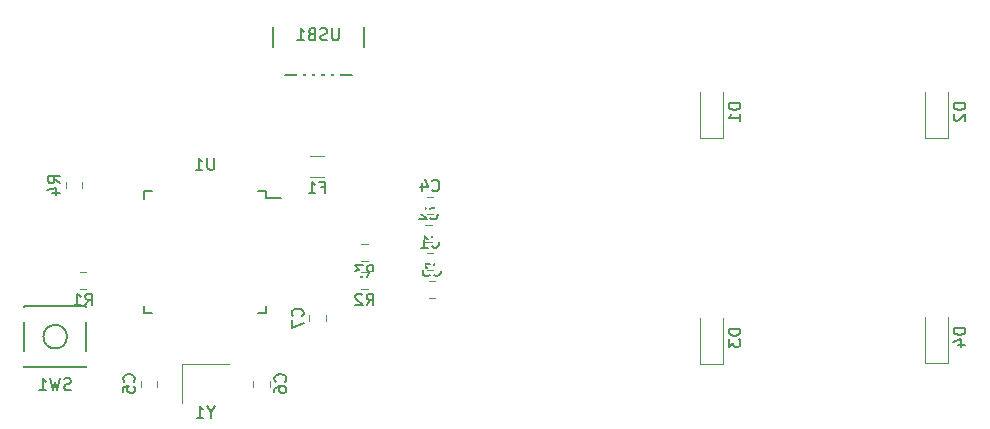
<source format=gbo>
G04 #@! TF.GenerationSoftware,KiCad,Pcbnew,(5.1.6)-1*
G04 #@! TF.CreationDate,2020-07-09T12:27:34-07:00*
G04 #@! TF.ProjectId,guide,67756964-652e-46b6-9963-61645f706362,rev?*
G04 #@! TF.SameCoordinates,Original*
G04 #@! TF.FileFunction,Legend,Bot*
G04 #@! TF.FilePolarity,Positive*
%FSLAX46Y46*%
G04 Gerber Fmt 4.6, Leading zero omitted, Abs format (unit mm)*
G04 Created by KiCad (PCBNEW (5.1.6)-1) date 2020-07-09 12:27:34*
%MOMM*%
%LPD*%
G01*
G04 APERTURE LIST*
%ADD10C,0.120000*%
%ADD11C,0.150000*%
%ADD12R,1.500000X1.300000*%
%ADD13O,1.800000X2.800000*%
%ADD14R,0.600000X2.350000*%
%ADD15R,0.650000X1.600000*%
%ADD16R,1.600000X0.650000*%
%ADD17R,1.900000X1.200000*%
%ADD18C,1.850000*%
%ADD19C,2.350000*%
%ADD20C,4.087800*%
%ADD21R,1.300000X1.000000*%
G04 APERTURE END LIST*
D10*
X75787500Y-98487500D02*
X75787500Y-95187500D01*
X75787500Y-95187500D02*
X79787500Y-95187500D01*
D11*
X83526000Y-70728000D02*
X91226000Y-70728000D01*
X91226000Y-65278000D02*
X91226000Y-70728000D01*
X83526000Y-65278000D02*
X83526000Y-70728000D01*
X82962500Y-80550000D02*
X82962500Y-81125000D01*
X72612500Y-80550000D02*
X72612500Y-81225000D01*
X72612500Y-90900000D02*
X72612500Y-90225000D01*
X82962500Y-90900000D02*
X82962500Y-90225000D01*
X82962500Y-80550000D02*
X82287500Y-80550000D01*
X82962500Y-90900000D02*
X82287500Y-90900000D01*
X72612500Y-90900000D02*
X73287500Y-90900000D01*
X72612500Y-80550000D02*
X73287500Y-80550000D01*
X82962500Y-81125000D02*
X84237500Y-81125000D01*
X66087500Y-92868750D02*
G75*
G03*
X66087500Y-92868750I-1000000J0D01*
G01*
X67687500Y-95468750D02*
X67687500Y-90268750D01*
X62487500Y-95468750D02*
X67687500Y-95468750D01*
X62487500Y-90268750D02*
X62487500Y-95468750D01*
X67687500Y-90268750D02*
X62487500Y-90268750D01*
D10*
X65965000Y-79766422D02*
X65965000Y-80283578D01*
X67385000Y-79766422D02*
X67385000Y-80283578D01*
X91022672Y-86435000D02*
X91539828Y-86435000D01*
X91022672Y-85015000D02*
X91539828Y-85015000D01*
X91022672Y-88816250D02*
X91539828Y-88816250D01*
X91022672Y-87396250D02*
X91539828Y-87396250D01*
X67210172Y-88816250D02*
X67727328Y-88816250D01*
X67210172Y-87396250D02*
X67727328Y-87396250D01*
X86649936Y-79364250D02*
X87854064Y-79364250D01*
X86649936Y-77544250D02*
X87854064Y-77544250D01*
X140700000Y-95118750D02*
X138700000Y-95118750D01*
X138700000Y-95118750D02*
X138700000Y-91218750D01*
X140700000Y-95118750D02*
X140700000Y-91218750D01*
X121650000Y-95181250D02*
X119650000Y-95181250D01*
X119650000Y-95181250D02*
X119650000Y-91281250D01*
X121650000Y-95181250D02*
X121650000Y-91281250D01*
X140700000Y-76068750D02*
X138700000Y-76068750D01*
X138700000Y-76068750D02*
X138700000Y-72168750D01*
X140700000Y-76068750D02*
X140700000Y-72168750D01*
X121650000Y-76068750D02*
X119650000Y-76068750D01*
X119650000Y-76068750D02*
X119650000Y-72168750D01*
X121650000Y-76068750D02*
X121650000Y-72168750D01*
X86602500Y-91022672D02*
X86602500Y-91539828D01*
X88022500Y-91022672D02*
X88022500Y-91539828D01*
X83260000Y-97096078D02*
X83260000Y-96578922D01*
X81840000Y-97096078D02*
X81840000Y-96578922D01*
X72315000Y-96578922D02*
X72315000Y-97096078D01*
X73735000Y-96578922D02*
X73735000Y-97096078D01*
X97096078Y-81046250D02*
X96578922Y-81046250D01*
X97096078Y-82466250D02*
X96578922Y-82466250D01*
X97239828Y-88190000D02*
X96722672Y-88190000D01*
X97239828Y-89610000D02*
X96722672Y-89610000D01*
X96952328Y-83427500D02*
X96435172Y-83427500D01*
X96952328Y-84847500D02*
X96435172Y-84847500D01*
X97096078Y-85808750D02*
X96578922Y-85808750D01*
X97096078Y-87228750D02*
X96578922Y-87228750D01*
D11*
X78263690Y-99263690D02*
X78263690Y-99739880D01*
X78597023Y-98739880D02*
X78263690Y-99263690D01*
X77930357Y-98739880D01*
X77073214Y-99739880D02*
X77644642Y-99739880D01*
X77358928Y-99739880D02*
X77358928Y-98739880D01*
X77454166Y-98882738D01*
X77549404Y-98977976D01*
X77644642Y-99025595D01*
X89114095Y-66762380D02*
X89114095Y-67571904D01*
X89066476Y-67667142D01*
X89018857Y-67714761D01*
X88923619Y-67762380D01*
X88733142Y-67762380D01*
X88637904Y-67714761D01*
X88590285Y-67667142D01*
X88542666Y-67571904D01*
X88542666Y-66762380D01*
X88114095Y-67714761D02*
X87971238Y-67762380D01*
X87733142Y-67762380D01*
X87637904Y-67714761D01*
X87590285Y-67667142D01*
X87542666Y-67571904D01*
X87542666Y-67476666D01*
X87590285Y-67381428D01*
X87637904Y-67333809D01*
X87733142Y-67286190D01*
X87923619Y-67238571D01*
X88018857Y-67190952D01*
X88066476Y-67143333D01*
X88114095Y-67048095D01*
X88114095Y-66952857D01*
X88066476Y-66857619D01*
X88018857Y-66810000D01*
X87923619Y-66762380D01*
X87685523Y-66762380D01*
X87542666Y-66810000D01*
X86780761Y-67238571D02*
X86637904Y-67286190D01*
X86590285Y-67333809D01*
X86542666Y-67429047D01*
X86542666Y-67571904D01*
X86590285Y-67667142D01*
X86637904Y-67714761D01*
X86733142Y-67762380D01*
X87114095Y-67762380D01*
X87114095Y-66762380D01*
X86780761Y-66762380D01*
X86685523Y-66810000D01*
X86637904Y-66857619D01*
X86590285Y-66952857D01*
X86590285Y-67048095D01*
X86637904Y-67143333D01*
X86685523Y-67190952D01*
X86780761Y-67238571D01*
X87114095Y-67238571D01*
X85590285Y-67762380D02*
X86161714Y-67762380D01*
X85876000Y-67762380D02*
X85876000Y-66762380D01*
X85971238Y-66905238D01*
X86066476Y-67000476D01*
X86161714Y-67048095D01*
X78549404Y-77727380D02*
X78549404Y-78536904D01*
X78501785Y-78632142D01*
X78454166Y-78679761D01*
X78358928Y-78727380D01*
X78168452Y-78727380D01*
X78073214Y-78679761D01*
X78025595Y-78632142D01*
X77977976Y-78536904D01*
X77977976Y-77727380D01*
X76977976Y-78727380D02*
X77549404Y-78727380D01*
X77263690Y-78727380D02*
X77263690Y-77727380D01*
X77358928Y-77870238D01*
X77454166Y-77965476D01*
X77549404Y-78013095D01*
X66420833Y-97337511D02*
X66277976Y-97385130D01*
X66039880Y-97385130D01*
X65944642Y-97337511D01*
X65897023Y-97289892D01*
X65849404Y-97194654D01*
X65849404Y-97099416D01*
X65897023Y-97004178D01*
X65944642Y-96956559D01*
X66039880Y-96908940D01*
X66230357Y-96861321D01*
X66325595Y-96813702D01*
X66373214Y-96766083D01*
X66420833Y-96670845D01*
X66420833Y-96575607D01*
X66373214Y-96480369D01*
X66325595Y-96432750D01*
X66230357Y-96385130D01*
X65992261Y-96385130D01*
X65849404Y-96432750D01*
X65516071Y-96385130D02*
X65277976Y-97385130D01*
X65087500Y-96670845D01*
X64897023Y-97385130D01*
X64658928Y-96385130D01*
X63754166Y-97385130D02*
X64325595Y-97385130D01*
X64039880Y-97385130D02*
X64039880Y-96385130D01*
X64135119Y-96527988D01*
X64230357Y-96623226D01*
X64325595Y-96670845D01*
X65477380Y-79858333D02*
X65001190Y-79525000D01*
X65477380Y-79286904D02*
X64477380Y-79286904D01*
X64477380Y-79667857D01*
X64525000Y-79763095D01*
X64572619Y-79810714D01*
X64667857Y-79858333D01*
X64810714Y-79858333D01*
X64905952Y-79810714D01*
X64953571Y-79763095D01*
X65001190Y-79667857D01*
X65001190Y-79286904D01*
X64810714Y-80715476D02*
X65477380Y-80715476D01*
X64429761Y-80477380D02*
X65144047Y-80239285D01*
X65144047Y-80858333D01*
X91447916Y-87827380D02*
X91781250Y-87351190D01*
X92019345Y-87827380D02*
X92019345Y-86827380D01*
X91638392Y-86827380D01*
X91543154Y-86875000D01*
X91495535Y-86922619D01*
X91447916Y-87017857D01*
X91447916Y-87160714D01*
X91495535Y-87255952D01*
X91543154Y-87303571D01*
X91638392Y-87351190D01*
X92019345Y-87351190D01*
X91114583Y-86827380D02*
X90495535Y-86827380D01*
X90828869Y-87208333D01*
X90686011Y-87208333D01*
X90590773Y-87255952D01*
X90543154Y-87303571D01*
X90495535Y-87398809D01*
X90495535Y-87636904D01*
X90543154Y-87732142D01*
X90590773Y-87779761D01*
X90686011Y-87827380D01*
X90971726Y-87827380D01*
X91066964Y-87779761D01*
X91114583Y-87732142D01*
X91447916Y-90208630D02*
X91781250Y-89732440D01*
X92019345Y-90208630D02*
X92019345Y-89208630D01*
X91638392Y-89208630D01*
X91543154Y-89256250D01*
X91495535Y-89303869D01*
X91447916Y-89399107D01*
X91447916Y-89541964D01*
X91495535Y-89637202D01*
X91543154Y-89684821D01*
X91638392Y-89732440D01*
X92019345Y-89732440D01*
X91066964Y-89303869D02*
X91019345Y-89256250D01*
X90924107Y-89208630D01*
X90686011Y-89208630D01*
X90590773Y-89256250D01*
X90543154Y-89303869D01*
X90495535Y-89399107D01*
X90495535Y-89494345D01*
X90543154Y-89637202D01*
X91114583Y-90208630D01*
X90495535Y-90208630D01*
X67635416Y-90208630D02*
X67968750Y-89732440D01*
X68206845Y-90208630D02*
X68206845Y-89208630D01*
X67825892Y-89208630D01*
X67730654Y-89256250D01*
X67683035Y-89303869D01*
X67635416Y-89399107D01*
X67635416Y-89541964D01*
X67683035Y-89637202D01*
X67730654Y-89684821D01*
X67825892Y-89732440D01*
X68206845Y-89732440D01*
X66683035Y-90208630D02*
X67254464Y-90208630D01*
X66968750Y-90208630D02*
X66968750Y-89208630D01*
X67063988Y-89351488D01*
X67159226Y-89446726D01*
X67254464Y-89494345D01*
X87585333Y-80202821D02*
X87918666Y-80202821D01*
X87918666Y-80726630D02*
X87918666Y-79726630D01*
X87442476Y-79726630D01*
X86537714Y-80726630D02*
X87109142Y-80726630D01*
X86823428Y-80726630D02*
X86823428Y-79726630D01*
X86918666Y-79869488D01*
X87013904Y-79964726D01*
X87109142Y-80012345D01*
X142152380Y-92130654D02*
X141152380Y-92130654D01*
X141152380Y-92368750D01*
X141200000Y-92511607D01*
X141295238Y-92606845D01*
X141390476Y-92654464D01*
X141580952Y-92702083D01*
X141723809Y-92702083D01*
X141914285Y-92654464D01*
X142009523Y-92606845D01*
X142104761Y-92511607D01*
X142152380Y-92368750D01*
X142152380Y-92130654D01*
X141485714Y-93559226D02*
X142152380Y-93559226D01*
X141104761Y-93321130D02*
X141819047Y-93083035D01*
X141819047Y-93702083D01*
X123102380Y-92193154D02*
X122102380Y-92193154D01*
X122102380Y-92431250D01*
X122150000Y-92574107D01*
X122245238Y-92669345D01*
X122340476Y-92716964D01*
X122530952Y-92764583D01*
X122673809Y-92764583D01*
X122864285Y-92716964D01*
X122959523Y-92669345D01*
X123054761Y-92574107D01*
X123102380Y-92431250D01*
X123102380Y-92193154D01*
X122102380Y-93097916D02*
X122102380Y-93716964D01*
X122483333Y-93383630D01*
X122483333Y-93526488D01*
X122530952Y-93621726D01*
X122578571Y-93669345D01*
X122673809Y-93716964D01*
X122911904Y-93716964D01*
X123007142Y-93669345D01*
X123054761Y-93621726D01*
X123102380Y-93526488D01*
X123102380Y-93240773D01*
X123054761Y-93145535D01*
X123007142Y-93097916D01*
X142152380Y-73080654D02*
X141152380Y-73080654D01*
X141152380Y-73318750D01*
X141200000Y-73461607D01*
X141295238Y-73556845D01*
X141390476Y-73604464D01*
X141580952Y-73652083D01*
X141723809Y-73652083D01*
X141914285Y-73604464D01*
X142009523Y-73556845D01*
X142104761Y-73461607D01*
X142152380Y-73318750D01*
X142152380Y-73080654D01*
X141247619Y-74033035D02*
X141200000Y-74080654D01*
X141152380Y-74175892D01*
X141152380Y-74413988D01*
X141200000Y-74509226D01*
X141247619Y-74556845D01*
X141342857Y-74604464D01*
X141438095Y-74604464D01*
X141580952Y-74556845D01*
X142152380Y-73985416D01*
X142152380Y-74604464D01*
X123102380Y-73080654D02*
X122102380Y-73080654D01*
X122102380Y-73318750D01*
X122150000Y-73461607D01*
X122245238Y-73556845D01*
X122340476Y-73604464D01*
X122530952Y-73652083D01*
X122673809Y-73652083D01*
X122864285Y-73604464D01*
X122959523Y-73556845D01*
X123054761Y-73461607D01*
X123102380Y-73318750D01*
X123102380Y-73080654D01*
X123102380Y-74604464D02*
X123102380Y-74033035D01*
X123102380Y-74318750D02*
X122102380Y-74318750D01*
X122245238Y-74223511D01*
X122340476Y-74128273D01*
X122388095Y-74033035D01*
X86019642Y-91114583D02*
X86067261Y-91066964D01*
X86114880Y-90924107D01*
X86114880Y-90828869D01*
X86067261Y-90686011D01*
X85972023Y-90590773D01*
X85876785Y-90543154D01*
X85686309Y-90495535D01*
X85543452Y-90495535D01*
X85352976Y-90543154D01*
X85257738Y-90590773D01*
X85162500Y-90686011D01*
X85114880Y-90828869D01*
X85114880Y-90924107D01*
X85162500Y-91066964D01*
X85210119Y-91114583D01*
X85114880Y-91447916D02*
X85114880Y-92114583D01*
X86114880Y-91686011D01*
X84557142Y-96670833D02*
X84604761Y-96623214D01*
X84652380Y-96480357D01*
X84652380Y-96385119D01*
X84604761Y-96242261D01*
X84509523Y-96147023D01*
X84414285Y-96099404D01*
X84223809Y-96051785D01*
X84080952Y-96051785D01*
X83890476Y-96099404D01*
X83795238Y-96147023D01*
X83700000Y-96242261D01*
X83652380Y-96385119D01*
X83652380Y-96480357D01*
X83700000Y-96623214D01*
X83747619Y-96670833D01*
X83652380Y-97527976D02*
X83652380Y-97337500D01*
X83700000Y-97242261D01*
X83747619Y-97194642D01*
X83890476Y-97099404D01*
X84080952Y-97051785D01*
X84461904Y-97051785D01*
X84557142Y-97099404D01*
X84604761Y-97147023D01*
X84652380Y-97242261D01*
X84652380Y-97432738D01*
X84604761Y-97527976D01*
X84557142Y-97575595D01*
X84461904Y-97623214D01*
X84223809Y-97623214D01*
X84128571Y-97575595D01*
X84080952Y-97527976D01*
X84033333Y-97432738D01*
X84033333Y-97242261D01*
X84080952Y-97147023D01*
X84128571Y-97099404D01*
X84223809Y-97051785D01*
X71732142Y-96670833D02*
X71779761Y-96623214D01*
X71827380Y-96480357D01*
X71827380Y-96385119D01*
X71779761Y-96242261D01*
X71684523Y-96147023D01*
X71589285Y-96099404D01*
X71398809Y-96051785D01*
X71255952Y-96051785D01*
X71065476Y-96099404D01*
X70970238Y-96147023D01*
X70875000Y-96242261D01*
X70827380Y-96385119D01*
X70827380Y-96480357D01*
X70875000Y-96623214D01*
X70922619Y-96670833D01*
X70827380Y-97575595D02*
X70827380Y-97099404D01*
X71303571Y-97051785D01*
X71255952Y-97099404D01*
X71208333Y-97194642D01*
X71208333Y-97432738D01*
X71255952Y-97527976D01*
X71303571Y-97575595D01*
X71398809Y-97623214D01*
X71636904Y-97623214D01*
X71732142Y-97575595D01*
X71779761Y-97527976D01*
X71827380Y-97432738D01*
X71827380Y-97194642D01*
X71779761Y-97099404D01*
X71732142Y-97051785D01*
X97004166Y-80463392D02*
X97051785Y-80511011D01*
X97194642Y-80558630D01*
X97289880Y-80558630D01*
X97432738Y-80511011D01*
X97527976Y-80415773D01*
X97575595Y-80320535D01*
X97623214Y-80130059D01*
X97623214Y-79987202D01*
X97575595Y-79796726D01*
X97527976Y-79701488D01*
X97432738Y-79606250D01*
X97289880Y-79558630D01*
X97194642Y-79558630D01*
X97051785Y-79606250D01*
X97004166Y-79653869D01*
X96147023Y-79891964D02*
X96147023Y-80558630D01*
X96385119Y-79511011D02*
X96623214Y-80225297D01*
X96004166Y-80225297D01*
X97147916Y-87607142D02*
X97195535Y-87654761D01*
X97338392Y-87702380D01*
X97433630Y-87702380D01*
X97576488Y-87654761D01*
X97671726Y-87559523D01*
X97719345Y-87464285D01*
X97766964Y-87273809D01*
X97766964Y-87130952D01*
X97719345Y-86940476D01*
X97671726Y-86845238D01*
X97576488Y-86750000D01*
X97433630Y-86702380D01*
X97338392Y-86702380D01*
X97195535Y-86750000D01*
X97147916Y-86797619D01*
X96814583Y-86702380D02*
X96195535Y-86702380D01*
X96528869Y-87083333D01*
X96386011Y-87083333D01*
X96290773Y-87130952D01*
X96243154Y-87178571D01*
X96195535Y-87273809D01*
X96195535Y-87511904D01*
X96243154Y-87607142D01*
X96290773Y-87654761D01*
X96386011Y-87702380D01*
X96671726Y-87702380D01*
X96766964Y-87654761D01*
X96814583Y-87607142D01*
X96860416Y-82844642D02*
X96908035Y-82892261D01*
X97050892Y-82939880D01*
X97146130Y-82939880D01*
X97288988Y-82892261D01*
X97384226Y-82797023D01*
X97431845Y-82701785D01*
X97479464Y-82511309D01*
X97479464Y-82368452D01*
X97431845Y-82177976D01*
X97384226Y-82082738D01*
X97288988Y-81987500D01*
X97146130Y-81939880D01*
X97050892Y-81939880D01*
X96908035Y-81987500D01*
X96860416Y-82035119D01*
X96479464Y-82035119D02*
X96431845Y-81987500D01*
X96336607Y-81939880D01*
X96098511Y-81939880D01*
X96003273Y-81987500D01*
X95955654Y-82035119D01*
X95908035Y-82130357D01*
X95908035Y-82225595D01*
X95955654Y-82368452D01*
X96527083Y-82939880D01*
X95908035Y-82939880D01*
X97004166Y-85225892D02*
X97051785Y-85273511D01*
X97194642Y-85321130D01*
X97289880Y-85321130D01*
X97432738Y-85273511D01*
X97527976Y-85178273D01*
X97575595Y-85083035D01*
X97623214Y-84892559D01*
X97623214Y-84749702D01*
X97575595Y-84559226D01*
X97527976Y-84463988D01*
X97432738Y-84368750D01*
X97289880Y-84321130D01*
X97194642Y-84321130D01*
X97051785Y-84368750D01*
X97004166Y-84416369D01*
X96051785Y-85321130D02*
X96623214Y-85321130D01*
X96337500Y-85321130D02*
X96337500Y-84321130D01*
X96432738Y-84463988D01*
X96527976Y-84559226D01*
X96623214Y-84606845D01*
%LPC*%
D12*
X76687500Y-97687500D03*
X78887500Y-97687500D03*
X78887500Y-95987500D03*
X76687500Y-95987500D03*
D13*
X83726000Y-65278000D03*
X91026000Y-65278000D03*
X91026000Y-69778000D03*
X83726000Y-69778000D03*
D14*
X85776000Y-69778000D03*
X86576000Y-69778000D03*
X87376000Y-69778000D03*
X88176000Y-69778000D03*
X88976000Y-69778000D03*
D15*
X81787500Y-80025000D03*
X80987500Y-80025000D03*
X80187500Y-80025000D03*
X79387500Y-80025000D03*
X78587500Y-80025000D03*
X77787500Y-80025000D03*
X76987500Y-80025000D03*
X76187500Y-80025000D03*
X75387500Y-80025000D03*
X74587500Y-80025000D03*
X73787500Y-80025000D03*
D16*
X72087500Y-81725000D03*
X72087500Y-82525000D03*
X72087500Y-83325000D03*
X72087500Y-84125000D03*
X72087500Y-84925000D03*
X72087500Y-85725000D03*
X72087500Y-86525000D03*
X72087500Y-87325000D03*
X72087500Y-88125000D03*
X72087500Y-88925000D03*
X72087500Y-89725000D03*
D15*
X73787500Y-91425000D03*
X74587500Y-91425000D03*
X75387500Y-91425000D03*
X76187500Y-91425000D03*
X76987500Y-91425000D03*
X77787500Y-91425000D03*
X78587500Y-91425000D03*
X79387500Y-91425000D03*
X80187500Y-91425000D03*
X80987500Y-91425000D03*
X81787500Y-91425000D03*
D16*
X83487500Y-89725000D03*
X83487500Y-88925000D03*
X83487500Y-88125000D03*
X83487500Y-87325000D03*
X83487500Y-86525000D03*
X83487500Y-85725000D03*
X83487500Y-84925000D03*
X83487500Y-84125000D03*
X83487500Y-83325000D03*
X83487500Y-82525000D03*
X83487500Y-81725000D03*
D17*
X68187500Y-94718750D03*
X61987500Y-91018750D03*
X68187500Y-91018750D03*
X61987500Y-94718750D03*
G36*
G01*
X66193750Y-80425000D02*
X67156250Y-80425000D01*
G75*
G02*
X67425000Y-80693750I0J-268750D01*
G01*
X67425000Y-81231250D01*
G75*
G02*
X67156250Y-81500000I-268750J0D01*
G01*
X66193750Y-81500000D01*
G75*
G02*
X65925000Y-81231250I0J268750D01*
G01*
X65925000Y-80693750D01*
G75*
G02*
X66193750Y-80425000I268750J0D01*
G01*
G37*
G36*
G01*
X66193750Y-78550000D02*
X67156250Y-78550000D01*
G75*
G02*
X67425000Y-78818750I0J-268750D01*
G01*
X67425000Y-79356250D01*
G75*
G02*
X67156250Y-79625000I-268750J0D01*
G01*
X66193750Y-79625000D01*
G75*
G02*
X65925000Y-79356250I0J268750D01*
G01*
X65925000Y-78818750D01*
G75*
G02*
X66193750Y-78550000I268750J0D01*
G01*
G37*
G36*
G01*
X91681250Y-86206250D02*
X91681250Y-85243750D01*
G75*
G02*
X91950000Y-84975000I268750J0D01*
G01*
X92487500Y-84975000D01*
G75*
G02*
X92756250Y-85243750I0J-268750D01*
G01*
X92756250Y-86206250D01*
G75*
G02*
X92487500Y-86475000I-268750J0D01*
G01*
X91950000Y-86475000D01*
G75*
G02*
X91681250Y-86206250I0J268750D01*
G01*
G37*
G36*
G01*
X89806250Y-86206250D02*
X89806250Y-85243750D01*
G75*
G02*
X90075000Y-84975000I268750J0D01*
G01*
X90612500Y-84975000D01*
G75*
G02*
X90881250Y-85243750I0J-268750D01*
G01*
X90881250Y-86206250D01*
G75*
G02*
X90612500Y-86475000I-268750J0D01*
G01*
X90075000Y-86475000D01*
G75*
G02*
X89806250Y-86206250I0J268750D01*
G01*
G37*
G36*
G01*
X91681250Y-88587500D02*
X91681250Y-87625000D01*
G75*
G02*
X91950000Y-87356250I268750J0D01*
G01*
X92487500Y-87356250D01*
G75*
G02*
X92756250Y-87625000I0J-268750D01*
G01*
X92756250Y-88587500D01*
G75*
G02*
X92487500Y-88856250I-268750J0D01*
G01*
X91950000Y-88856250D01*
G75*
G02*
X91681250Y-88587500I0J268750D01*
G01*
G37*
G36*
G01*
X89806250Y-88587500D02*
X89806250Y-87625000D01*
G75*
G02*
X90075000Y-87356250I268750J0D01*
G01*
X90612500Y-87356250D01*
G75*
G02*
X90881250Y-87625000I0J-268750D01*
G01*
X90881250Y-88587500D01*
G75*
G02*
X90612500Y-88856250I-268750J0D01*
G01*
X90075000Y-88856250D01*
G75*
G02*
X89806250Y-88587500I0J268750D01*
G01*
G37*
G36*
G01*
X67868750Y-88587500D02*
X67868750Y-87625000D01*
G75*
G02*
X68137500Y-87356250I268750J0D01*
G01*
X68675000Y-87356250D01*
G75*
G02*
X68943750Y-87625000I0J-268750D01*
G01*
X68943750Y-88587500D01*
G75*
G02*
X68675000Y-88856250I-268750J0D01*
G01*
X68137500Y-88856250D01*
G75*
G02*
X67868750Y-88587500I0J268750D01*
G01*
G37*
G36*
G01*
X65993750Y-88587500D02*
X65993750Y-87625000D01*
G75*
G02*
X66262500Y-87356250I268750J0D01*
G01*
X66800000Y-87356250D01*
G75*
G02*
X67068750Y-87625000I0J-268750D01*
G01*
X67068750Y-88587500D01*
G75*
G02*
X66800000Y-88856250I-268750J0D01*
G01*
X66262500Y-88856250D01*
G75*
G02*
X65993750Y-88587500I0J268750D01*
G01*
G37*
D18*
X136842500Y-92075000D03*
X126682500Y-92075000D03*
D19*
X129262500Y-88075000D03*
D20*
X131762500Y-92075000D03*
G36*
G01*
X127167791Y-90409560D02*
X127167791Y-90409561D01*
G75*
G02*
X127077939Y-88750291I784709J874561D01*
G01*
X128387941Y-87290291D01*
G75*
G02*
X130047211Y-87200439I874561J-784709D01*
G01*
X130047211Y-87200439D01*
G75*
G02*
X130137063Y-88859709I-784709J-874561D01*
G01*
X128827061Y-90319709D01*
G75*
G02*
X127167791Y-90409561I-874561J784709D01*
G01*
G37*
D19*
X134302500Y-86995000D03*
G36*
G01*
X134181657Y-88747216D02*
X134181657Y-88747216D01*
G75*
G02*
X133090284Y-87494157I80843J1172216D01*
G01*
X133130284Y-86914157D01*
G75*
G02*
X134383343Y-85822784I1172216J-80843D01*
G01*
X134383343Y-85822784D01*
G75*
G02*
X135474716Y-87075843I-80843J-1172216D01*
G01*
X135434716Y-87655843D01*
G75*
G02*
X134181657Y-88747216I-1172216J80843D01*
G01*
G37*
D18*
X117792500Y-92075000D03*
X107632500Y-92075000D03*
D19*
X110212500Y-88075000D03*
D20*
X112712500Y-92075000D03*
G36*
G01*
X108117791Y-90409560D02*
X108117791Y-90409561D01*
G75*
G02*
X108027939Y-88750291I784709J874561D01*
G01*
X109337941Y-87290291D01*
G75*
G02*
X110997211Y-87200439I874561J-784709D01*
G01*
X110997211Y-87200439D01*
G75*
G02*
X111087063Y-88859709I-784709J-874561D01*
G01*
X109777061Y-90319709D01*
G75*
G02*
X108117791Y-90409561I-874561J784709D01*
G01*
G37*
D19*
X115252500Y-86995000D03*
G36*
G01*
X115131657Y-88747216D02*
X115131657Y-88747216D01*
G75*
G02*
X114040284Y-87494157I80843J1172216D01*
G01*
X114080284Y-86914157D01*
G75*
G02*
X115333343Y-85822784I1172216J-80843D01*
G01*
X115333343Y-85822784D01*
G75*
G02*
X116424716Y-87075843I-80843J-1172216D01*
G01*
X116384716Y-87655843D01*
G75*
G02*
X115131657Y-88747216I-1172216J80843D01*
G01*
G37*
D18*
X136842500Y-73025000D03*
X126682500Y-73025000D03*
D19*
X129262500Y-69025000D03*
D20*
X131762500Y-73025000D03*
G36*
G01*
X127167791Y-71359560D02*
X127167791Y-71359561D01*
G75*
G02*
X127077939Y-69700291I784709J874561D01*
G01*
X128387941Y-68240291D01*
G75*
G02*
X130047211Y-68150439I874561J-784709D01*
G01*
X130047211Y-68150439D01*
G75*
G02*
X130137063Y-69809709I-784709J-874561D01*
G01*
X128827061Y-71269709D01*
G75*
G02*
X127167791Y-71359561I-874561J784709D01*
G01*
G37*
D19*
X134302500Y-67945000D03*
G36*
G01*
X134181657Y-69697216D02*
X134181657Y-69697216D01*
G75*
G02*
X133090284Y-68444157I80843J1172216D01*
G01*
X133130284Y-67864157D01*
G75*
G02*
X134383343Y-66772784I1172216J-80843D01*
G01*
X134383343Y-66772784D01*
G75*
G02*
X135474716Y-68025843I-80843J-1172216D01*
G01*
X135434716Y-68605843D01*
G75*
G02*
X134181657Y-69697216I-1172216J80843D01*
G01*
G37*
D18*
X117792500Y-73025000D03*
X107632500Y-73025000D03*
D19*
X110212500Y-69025000D03*
D20*
X112712500Y-73025000D03*
G36*
G01*
X108117791Y-71359560D02*
X108117791Y-71359561D01*
G75*
G02*
X108027939Y-69700291I784709J874561D01*
G01*
X109337941Y-68240291D01*
G75*
G02*
X110997211Y-68150439I874561J-784709D01*
G01*
X110997211Y-68150439D01*
G75*
G02*
X111087063Y-69809709I-784709J-874561D01*
G01*
X109777061Y-71269709D01*
G75*
G02*
X108117791Y-71359561I-874561J784709D01*
G01*
G37*
D19*
X115252500Y-67945000D03*
G36*
G01*
X115131657Y-69697216D02*
X115131657Y-69697216D01*
G75*
G02*
X114040284Y-68444157I80843J1172216D01*
G01*
X114080284Y-67864157D01*
G75*
G02*
X115333343Y-66772784I1172216J-80843D01*
G01*
X115333343Y-66772784D01*
G75*
G02*
X116424716Y-68025843I-80843J-1172216D01*
G01*
X116384716Y-68605843D01*
G75*
G02*
X115131657Y-69697216I-1172216J80843D01*
G01*
G37*
G36*
G01*
X87977000Y-79109250D02*
X87977000Y-77799250D01*
G75*
G02*
X88247000Y-77529250I270000J0D01*
G01*
X89057000Y-77529250D01*
G75*
G02*
X89327000Y-77799250I0J-270000D01*
G01*
X89327000Y-79109250D01*
G75*
G02*
X89057000Y-79379250I-270000J0D01*
G01*
X88247000Y-79379250D01*
G75*
G02*
X87977000Y-79109250I0J270000D01*
G01*
G37*
G36*
G01*
X85177000Y-79109250D02*
X85177000Y-77799250D01*
G75*
G02*
X85447000Y-77529250I270000J0D01*
G01*
X86257000Y-77529250D01*
G75*
G02*
X86527000Y-77799250I0J-270000D01*
G01*
X86527000Y-79109250D01*
G75*
G02*
X86257000Y-79379250I-270000J0D01*
G01*
X85447000Y-79379250D01*
G75*
G02*
X85177000Y-79109250I0J270000D01*
G01*
G37*
D21*
X139700000Y-91218750D03*
X139700000Y-94518750D03*
X120650000Y-91281250D03*
X120650000Y-94581250D03*
X139700000Y-72168750D03*
X139700000Y-75468750D03*
X120650000Y-72168750D03*
X120650000Y-75468750D03*
G36*
G01*
X86831250Y-91681250D02*
X87793750Y-91681250D01*
G75*
G02*
X88062500Y-91950000I0J-268750D01*
G01*
X88062500Y-92487500D01*
G75*
G02*
X87793750Y-92756250I-268750J0D01*
G01*
X86831250Y-92756250D01*
G75*
G02*
X86562500Y-92487500I0J268750D01*
G01*
X86562500Y-91950000D01*
G75*
G02*
X86831250Y-91681250I268750J0D01*
G01*
G37*
G36*
G01*
X86831250Y-89806250D02*
X87793750Y-89806250D01*
G75*
G02*
X88062500Y-90075000I0J-268750D01*
G01*
X88062500Y-90612500D01*
G75*
G02*
X87793750Y-90881250I-268750J0D01*
G01*
X86831250Y-90881250D01*
G75*
G02*
X86562500Y-90612500I0J268750D01*
G01*
X86562500Y-90075000D01*
G75*
G02*
X86831250Y-89806250I268750J0D01*
G01*
G37*
G36*
G01*
X83031250Y-96437500D02*
X82068750Y-96437500D01*
G75*
G02*
X81800000Y-96168750I0J268750D01*
G01*
X81800000Y-95631250D01*
G75*
G02*
X82068750Y-95362500I268750J0D01*
G01*
X83031250Y-95362500D01*
G75*
G02*
X83300000Y-95631250I0J-268750D01*
G01*
X83300000Y-96168750D01*
G75*
G02*
X83031250Y-96437500I-268750J0D01*
G01*
G37*
G36*
G01*
X83031250Y-98312500D02*
X82068750Y-98312500D01*
G75*
G02*
X81800000Y-98043750I0J268750D01*
G01*
X81800000Y-97506250D01*
G75*
G02*
X82068750Y-97237500I268750J0D01*
G01*
X83031250Y-97237500D01*
G75*
G02*
X83300000Y-97506250I0J-268750D01*
G01*
X83300000Y-98043750D01*
G75*
G02*
X83031250Y-98312500I-268750J0D01*
G01*
G37*
G36*
G01*
X72543750Y-97237500D02*
X73506250Y-97237500D01*
G75*
G02*
X73775000Y-97506250I0J-268750D01*
G01*
X73775000Y-98043750D01*
G75*
G02*
X73506250Y-98312500I-268750J0D01*
G01*
X72543750Y-98312500D01*
G75*
G02*
X72275000Y-98043750I0J268750D01*
G01*
X72275000Y-97506250D01*
G75*
G02*
X72543750Y-97237500I268750J0D01*
G01*
G37*
G36*
G01*
X72543750Y-95362500D02*
X73506250Y-95362500D01*
G75*
G02*
X73775000Y-95631250I0J-268750D01*
G01*
X73775000Y-96168750D01*
G75*
G02*
X73506250Y-96437500I-268750J0D01*
G01*
X72543750Y-96437500D01*
G75*
G02*
X72275000Y-96168750I0J268750D01*
G01*
X72275000Y-95631250D01*
G75*
G02*
X72543750Y-95362500I268750J0D01*
G01*
G37*
G36*
G01*
X96437500Y-81275000D02*
X96437500Y-82237500D01*
G75*
G02*
X96168750Y-82506250I-268750J0D01*
G01*
X95631250Y-82506250D01*
G75*
G02*
X95362500Y-82237500I0J268750D01*
G01*
X95362500Y-81275000D01*
G75*
G02*
X95631250Y-81006250I268750J0D01*
G01*
X96168750Y-81006250D01*
G75*
G02*
X96437500Y-81275000I0J-268750D01*
G01*
G37*
G36*
G01*
X98312500Y-81275000D02*
X98312500Y-82237500D01*
G75*
G02*
X98043750Y-82506250I-268750J0D01*
G01*
X97506250Y-82506250D01*
G75*
G02*
X97237500Y-82237500I0J268750D01*
G01*
X97237500Y-81275000D01*
G75*
G02*
X97506250Y-81006250I268750J0D01*
G01*
X98043750Y-81006250D01*
G75*
G02*
X98312500Y-81275000I0J-268750D01*
G01*
G37*
G36*
G01*
X96581250Y-88418750D02*
X96581250Y-89381250D01*
G75*
G02*
X96312500Y-89650000I-268750J0D01*
G01*
X95775000Y-89650000D01*
G75*
G02*
X95506250Y-89381250I0J268750D01*
G01*
X95506250Y-88418750D01*
G75*
G02*
X95775000Y-88150000I268750J0D01*
G01*
X96312500Y-88150000D01*
G75*
G02*
X96581250Y-88418750I0J-268750D01*
G01*
G37*
G36*
G01*
X98456250Y-88418750D02*
X98456250Y-89381250D01*
G75*
G02*
X98187500Y-89650000I-268750J0D01*
G01*
X97650000Y-89650000D01*
G75*
G02*
X97381250Y-89381250I0J268750D01*
G01*
X97381250Y-88418750D01*
G75*
G02*
X97650000Y-88150000I268750J0D01*
G01*
X98187500Y-88150000D01*
G75*
G02*
X98456250Y-88418750I0J-268750D01*
G01*
G37*
G36*
G01*
X96293750Y-83656250D02*
X96293750Y-84618750D01*
G75*
G02*
X96025000Y-84887500I-268750J0D01*
G01*
X95487500Y-84887500D01*
G75*
G02*
X95218750Y-84618750I0J268750D01*
G01*
X95218750Y-83656250D01*
G75*
G02*
X95487500Y-83387500I268750J0D01*
G01*
X96025000Y-83387500D01*
G75*
G02*
X96293750Y-83656250I0J-268750D01*
G01*
G37*
G36*
G01*
X98168750Y-83656250D02*
X98168750Y-84618750D01*
G75*
G02*
X97900000Y-84887500I-268750J0D01*
G01*
X97362500Y-84887500D01*
G75*
G02*
X97093750Y-84618750I0J268750D01*
G01*
X97093750Y-83656250D01*
G75*
G02*
X97362500Y-83387500I268750J0D01*
G01*
X97900000Y-83387500D01*
G75*
G02*
X98168750Y-83656250I0J-268750D01*
G01*
G37*
G36*
G01*
X96437500Y-86037500D02*
X96437500Y-87000000D01*
G75*
G02*
X96168750Y-87268750I-268750J0D01*
G01*
X95631250Y-87268750D01*
G75*
G02*
X95362500Y-87000000I0J268750D01*
G01*
X95362500Y-86037500D01*
G75*
G02*
X95631250Y-85768750I268750J0D01*
G01*
X96168750Y-85768750D01*
G75*
G02*
X96437500Y-86037500I0J-268750D01*
G01*
G37*
G36*
G01*
X98312500Y-86037500D02*
X98312500Y-87000000D01*
G75*
G02*
X98043750Y-87268750I-268750J0D01*
G01*
X97506250Y-87268750D01*
G75*
G02*
X97237500Y-87000000I0J268750D01*
G01*
X97237500Y-86037500D01*
G75*
G02*
X97506250Y-85768750I268750J0D01*
G01*
X98043750Y-85768750D01*
G75*
G02*
X98312500Y-86037500I0J-268750D01*
G01*
G37*
M02*

</source>
